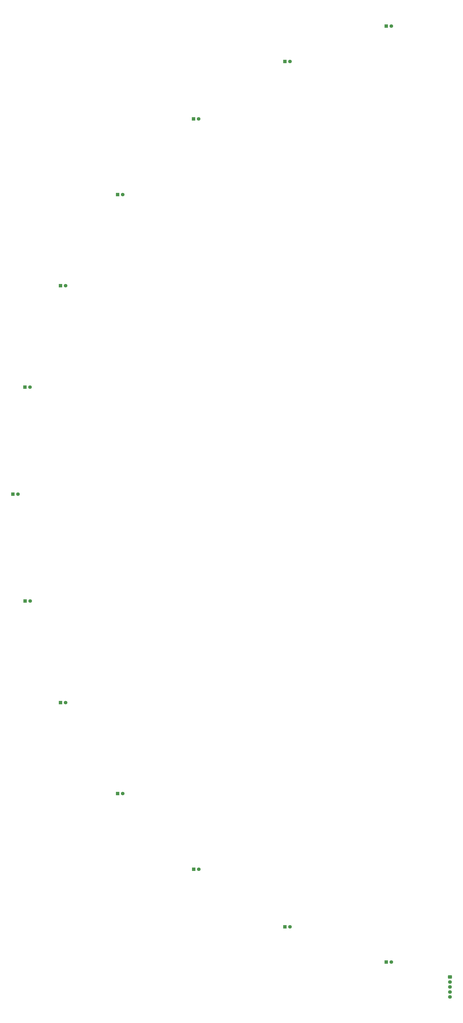
<source format=gts>
G04 #@! TF.GenerationSoftware,KiCad,Pcbnew,7.0.1-3b83917a11~172~ubuntu20.04.1*
G04 #@! TF.CreationDate,2023-04-19T14:39:26+02:00*
G04 #@! TF.ProjectId,nowcast,6e6f7763-6173-4742-9e6b-696361645f70,rev?*
G04 #@! TF.SameCoordinates,Original*
G04 #@! TF.FileFunction,Soldermask,Top*
G04 #@! TF.FilePolarity,Negative*
%FSLAX46Y46*%
G04 Gerber Fmt 4.6, Leading zero omitted, Abs format (unit mm)*
G04 Created by KiCad (PCBNEW 7.0.1-3b83917a11~172~ubuntu20.04.1) date 2023-04-19 14:39:26*
%MOMM*%
%LPD*%
G01*
G04 APERTURE LIST*
G04 Aperture macros list*
%AMRoundRect*
0 Rectangle with rounded corners*
0 $1 Rounding radius*
0 $2 $3 $4 $5 $6 $7 $8 $9 X,Y pos of 4 corners*
0 Add a 4 corners polygon primitive as box body*
4,1,4,$2,$3,$4,$5,$6,$7,$8,$9,$2,$3,0*
0 Add four circle primitives for the rounded corners*
1,1,$1+$1,$2,$3*
1,1,$1+$1,$4,$5*
1,1,$1+$1,$6,$7*
1,1,$1+$1,$8,$9*
0 Add four rect primitives between the rounded corners*
20,1,$1+$1,$2,$3,$4,$5,0*
20,1,$1+$1,$4,$5,$6,$7,0*
20,1,$1+$1,$6,$7,$8,$9,0*
20,1,$1+$1,$8,$9,$2,$3,0*%
G04 Aperture macros list end*
%ADD10R,1.800000X1.800000*%
%ADD11C,1.800000*%
%ADD12RoundRect,0.250000X-0.725000X0.600000X-0.725000X-0.600000X0.725000X-0.600000X0.725000X0.600000X0*%
%ADD13O,1.950000X1.700000*%
G04 APERTURE END LIST*
D10*
X701560000Y-461200000D03*
D11*
X704100000Y-461200000D03*
D10*
X683825000Y-511875000D03*
D11*
X686365000Y-511875000D03*
D10*
X864360000Y-331425000D03*
D11*
X866900000Y-331425000D03*
D10*
X730150000Y-715075000D03*
D11*
X732690000Y-715075000D03*
D10*
X677775000Y-565375000D03*
D11*
X680315000Y-565375000D03*
D10*
X864360000Y-799375000D03*
D11*
X866900000Y-799375000D03*
D10*
X768075000Y-377775000D03*
D11*
X770615000Y-377775000D03*
D10*
X701635000Y-669625000D03*
D11*
X704175000Y-669625000D03*
D10*
X768100000Y-752975000D03*
D11*
X770640000Y-752975000D03*
D10*
X683900000Y-618825000D03*
D11*
X686440000Y-618825000D03*
D10*
X730125000Y-415675000D03*
D11*
X732665000Y-415675000D03*
D12*
X896175000Y-806800000D03*
D13*
X896175000Y-809300000D03*
X896175000Y-811800000D03*
X896175000Y-814300000D03*
X896175000Y-816800000D03*
D10*
X813725000Y-349075000D03*
D11*
X816265000Y-349075000D03*
D10*
X813700000Y-781750000D03*
D11*
X816240000Y-781750000D03*
M02*

</source>
